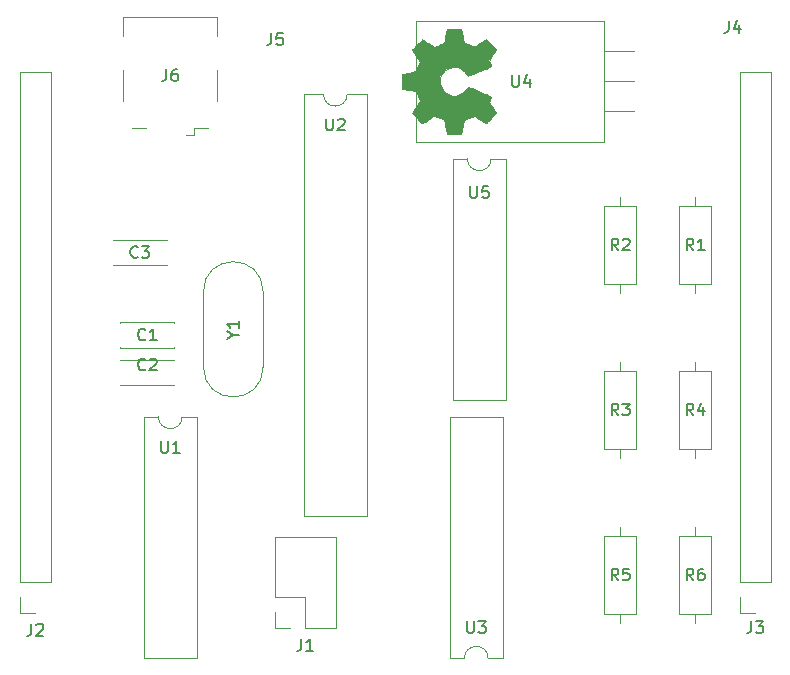
<source format=gbr>
G04 #@! TF.GenerationSoftware,KiCad,Pcbnew,(5.1.5)-3*
G04 #@! TF.CreationDate,2020-03-12T17:38:10-04:00*
G04 #@! TF.ProjectId,PCB,5043422e-6b69-4636-9164-5f7063625858,rev?*
G04 #@! TF.SameCoordinates,Original*
G04 #@! TF.FileFunction,Legend,Top*
G04 #@! TF.FilePolarity,Positive*
%FSLAX46Y46*%
G04 Gerber Fmt 4.6, Leading zero omitted, Abs format (unit mm)*
G04 Created by KiCad (PCBNEW (5.1.5)-3) date 2020-03-12 17:38:10*
%MOMM*%
%LPD*%
G04 APERTURE LIST*
%ADD10C,0.010000*%
%ADD11C,0.120000*%
%ADD12C,0.150000*%
G04 APERTURE END LIST*
D10*
G36*
X135792427Y-100345464D02*
G01*
X136389618Y-100232882D01*
X136560865Y-99817469D01*
X136732112Y-99402055D01*
X136393233Y-98903698D01*
X136298877Y-98764131D01*
X136214630Y-98637971D01*
X136144338Y-98531104D01*
X136091847Y-98449417D01*
X136061004Y-98398798D01*
X136054353Y-98385013D01*
X136071458Y-98360179D01*
X136118744Y-98307111D01*
X136190172Y-98231759D01*
X136279700Y-98140070D01*
X136381289Y-98037992D01*
X136488898Y-97931473D01*
X136596487Y-97826463D01*
X136698015Y-97728908D01*
X136787441Y-97644757D01*
X136858726Y-97579959D01*
X136905828Y-97540462D01*
X136921592Y-97531019D01*
X136950653Y-97544608D01*
X137014321Y-97582706D01*
X137106367Y-97641306D01*
X137220564Y-97716402D01*
X137350684Y-97803991D01*
X137424901Y-97854745D01*
X137560422Y-97947254D01*
X137682716Y-98029459D01*
X137785695Y-98097369D01*
X137863273Y-98146999D01*
X137909361Y-98174359D01*
X137919047Y-98178470D01*
X137946574Y-98169150D01*
X138010728Y-98143745D01*
X138102490Y-98106088D01*
X138212839Y-98060013D01*
X138332755Y-98009353D01*
X138453219Y-97957940D01*
X138565209Y-97909610D01*
X138659707Y-97868193D01*
X138727692Y-97837525D01*
X138760143Y-97821438D01*
X138761420Y-97820488D01*
X138767617Y-97795227D01*
X138781440Y-97727954D01*
X138801532Y-97625639D01*
X138826534Y-97495258D01*
X138855086Y-97343783D01*
X138871551Y-97255406D01*
X138902369Y-97093547D01*
X138931694Y-96947350D01*
X138957921Y-96824212D01*
X138979446Y-96731530D01*
X138994665Y-96676698D01*
X138999493Y-96665676D01*
X139032174Y-96654881D01*
X139105985Y-96646170D01*
X139212292Y-96639539D01*
X139342467Y-96634981D01*
X139487876Y-96632490D01*
X139639890Y-96632061D01*
X139789877Y-96633688D01*
X139929206Y-96637364D01*
X140049245Y-96643084D01*
X140141365Y-96650842D01*
X140196932Y-96660631D01*
X140208500Y-96666503D01*
X140222365Y-96701600D01*
X140242188Y-96775971D01*
X140265639Y-96879776D01*
X140290391Y-97003180D01*
X140298398Y-97046258D01*
X140336441Y-97253952D01*
X140367079Y-97418015D01*
X140391529Y-97543869D01*
X140411009Y-97636934D01*
X140426736Y-97702632D01*
X140439928Y-97746382D01*
X140451804Y-97773607D01*
X140463580Y-97789727D01*
X140465908Y-97791982D01*
X140503400Y-97814496D01*
X140576365Y-97848841D01*
X140675867Y-97891588D01*
X140792973Y-97939307D01*
X140918748Y-97988569D01*
X141044257Y-98035944D01*
X141160565Y-98078004D01*
X141258739Y-98111319D01*
X141329843Y-98132458D01*
X141364942Y-98137994D01*
X141366172Y-98137533D01*
X141394861Y-98118776D01*
X141457985Y-98076223D01*
X141548973Y-98014346D01*
X141661255Y-97937617D01*
X141788260Y-97850508D01*
X141824353Y-97825701D01*
X141955203Y-97737247D01*
X142074591Y-97659411D01*
X142175662Y-97596433D01*
X142251559Y-97552554D01*
X142295427Y-97532014D01*
X142300817Y-97531019D01*
X142329144Y-97548277D01*
X142385261Y-97595964D01*
X142463137Y-97667949D01*
X142556740Y-97758102D01*
X142660041Y-97860294D01*
X142767006Y-97968394D01*
X142871606Y-98076271D01*
X142967809Y-98177795D01*
X143049584Y-98266837D01*
X143110900Y-98337266D01*
X143145726Y-98382952D01*
X143151412Y-98395590D01*
X143138020Y-98425008D01*
X143101899Y-98485238D01*
X143049136Y-98566470D01*
X143006667Y-98628969D01*
X142928740Y-98742214D01*
X142836984Y-98876325D01*
X142745375Y-99010844D01*
X142696346Y-99083166D01*
X142530770Y-99327961D01*
X142641875Y-99533449D01*
X142690548Y-99627063D01*
X142728381Y-99706669D01*
X142749958Y-99760532D01*
X142752961Y-99774242D01*
X142730793Y-99790729D01*
X142668149Y-99823254D01*
X142570809Y-99869391D01*
X142444549Y-99926709D01*
X142295150Y-99992783D01*
X142128388Y-100065184D01*
X141950042Y-100141483D01*
X141765891Y-100219253D01*
X141581712Y-100296065D01*
X141403285Y-100369493D01*
X141236387Y-100437107D01*
X141086797Y-100496479D01*
X140960293Y-100545183D01*
X140862654Y-100580789D01*
X140799657Y-100600869D01*
X140778021Y-100604099D01*
X140750424Y-100578503D01*
X140705625Y-100522461D01*
X140652934Y-100447688D01*
X140648765Y-100441412D01*
X140494069Y-100248154D01*
X140313591Y-100092325D01*
X140113102Y-99975275D01*
X139898374Y-99898354D01*
X139675177Y-99862913D01*
X139449281Y-99870302D01*
X139226459Y-99921872D01*
X139012479Y-100018973D01*
X138965664Y-100047541D01*
X138776618Y-100196131D01*
X138624812Y-100371672D01*
X138511034Y-100568089D01*
X138436075Y-100779306D01*
X138400722Y-100999246D01*
X138405767Y-101221836D01*
X138451999Y-101440998D01*
X138540206Y-101650657D01*
X138671179Y-101844738D01*
X138724337Y-101904773D01*
X138890739Y-102057564D01*
X139065912Y-102168902D01*
X139262266Y-102245276D01*
X139456717Y-102287812D01*
X139675342Y-102298313D01*
X139895052Y-102263299D01*
X140108420Y-102186326D01*
X140308022Y-102070952D01*
X140486429Y-101920734D01*
X140636217Y-101739226D01*
X140652006Y-101715372D01*
X140703712Y-101639798D01*
X140748512Y-101582348D01*
X140777117Y-101554882D01*
X140778021Y-101554482D01*
X140808964Y-101560379D01*
X140879191Y-101583754D01*
X140982925Y-101622178D01*
X141114390Y-101673222D01*
X141267807Y-101734457D01*
X141437401Y-101803455D01*
X141617393Y-101877786D01*
X141802008Y-101955021D01*
X141985468Y-102032731D01*
X142161996Y-102108488D01*
X142325814Y-102179862D01*
X142471147Y-102244425D01*
X142592217Y-102299747D01*
X142683247Y-102343399D01*
X142738460Y-102372953D01*
X142752961Y-102384855D01*
X142741669Y-102421222D01*
X142711385Y-102489269D01*
X142667520Y-102577263D01*
X142641875Y-102625649D01*
X142530770Y-102831136D01*
X142696346Y-103075931D01*
X142781170Y-103200893D01*
X142874516Y-103337704D01*
X142962408Y-103465911D01*
X143006667Y-103530128D01*
X143067318Y-103620448D01*
X143115381Y-103696928D01*
X143144770Y-103749592D01*
X143150982Y-103766697D01*
X143134223Y-103791594D01*
X143087436Y-103846694D01*
X143015480Y-103926656D01*
X142923212Y-104026139D01*
X142815490Y-104139799D01*
X142746326Y-104211684D01*
X142622757Y-104337448D01*
X142512234Y-104446136D01*
X142419485Y-104533354D01*
X142349237Y-104594710D01*
X142306220Y-104625808D01*
X142297490Y-104628791D01*
X142264284Y-104614946D01*
X142197142Y-104576687D01*
X142102863Y-104518258D01*
X141988245Y-104443902D01*
X141860083Y-104357864D01*
X141824353Y-104333397D01*
X141694489Y-104244245D01*
X141577569Y-104164261D01*
X141480162Y-104097919D01*
X141408839Y-104049688D01*
X141370170Y-104024042D01*
X141366172Y-104021564D01*
X141335355Y-104025270D01*
X141267599Y-104044938D01*
X141171839Y-104077139D01*
X141057009Y-104118444D01*
X140932044Y-104165424D01*
X140805879Y-104214650D01*
X140687448Y-104262691D01*
X140585685Y-104306118D01*
X140509526Y-104341503D01*
X140467904Y-104365415D01*
X140465908Y-104367115D01*
X140454013Y-104381737D01*
X140442250Y-104406434D01*
X140429401Y-104446627D01*
X140414249Y-104507736D01*
X140395576Y-104595182D01*
X140372165Y-104714387D01*
X140342797Y-104870772D01*
X140306255Y-105069756D01*
X140298398Y-105112839D01*
X140273727Y-105240529D01*
X140249593Y-105351846D01*
X140228324Y-105436954D01*
X140212248Y-105486016D01*
X140208500Y-105492594D01*
X140175273Y-105503435D01*
X140101021Y-105512246D01*
X139994376Y-105519023D01*
X139863967Y-105523759D01*
X139718427Y-105526449D01*
X139566386Y-105527086D01*
X139416476Y-105525665D01*
X139277328Y-105522179D01*
X139157572Y-105516623D01*
X139065841Y-105508991D01*
X139010766Y-105499277D01*
X138999493Y-105493421D01*
X138988123Y-105460819D01*
X138969624Y-105386581D01*
X138945602Y-105278103D01*
X138917662Y-105142782D01*
X138887408Y-104988014D01*
X138871551Y-104903692D01*
X138841644Y-104743703D01*
X138814550Y-104601032D01*
X138791631Y-104482651D01*
X138774243Y-104395534D01*
X138763747Y-104346654D01*
X138761420Y-104338609D01*
X138735186Y-104325012D01*
X138671995Y-104296270D01*
X138580877Y-104256214D01*
X138470857Y-104208675D01*
X138350965Y-104157484D01*
X138230227Y-104106473D01*
X138117671Y-104059473D01*
X138022326Y-104020315D01*
X137953217Y-103992830D01*
X137919374Y-103980850D01*
X137917895Y-103980627D01*
X137891197Y-103994208D01*
X137829760Y-104032284D01*
X137739689Y-104090852D01*
X137627090Y-104165911D01*
X137498070Y-104253459D01*
X137423961Y-104304352D01*
X137288077Y-104397090D01*
X137164709Y-104479458D01*
X137060097Y-104547438D01*
X136980483Y-104597011D01*
X136932107Y-104624157D01*
X136921262Y-104628078D01*
X136896020Y-104611224D01*
X136842124Y-104564631D01*
X136765613Y-104494251D01*
X136672523Y-104406034D01*
X136568895Y-104305934D01*
X136460764Y-104199901D01*
X136354170Y-104093888D01*
X136255150Y-103993847D01*
X136169742Y-103905729D01*
X136103985Y-103835486D01*
X136063916Y-103789071D01*
X136054353Y-103773543D01*
X136067800Y-103748260D01*
X136105575Y-103687788D01*
X136163835Y-103598007D01*
X136238734Y-103484796D01*
X136326425Y-103354036D01*
X136393233Y-103255400D01*
X136732112Y-102757042D01*
X136560865Y-102341629D01*
X136389618Y-101926215D01*
X135792427Y-101813633D01*
X135195235Y-101701050D01*
X135195235Y-100458047D01*
X135792427Y-100345464D01*
G37*
X135792427Y-100345464D02*
X136389618Y-100232882D01*
X136560865Y-99817469D01*
X136732112Y-99402055D01*
X136393233Y-98903698D01*
X136298877Y-98764131D01*
X136214630Y-98637971D01*
X136144338Y-98531104D01*
X136091847Y-98449417D01*
X136061004Y-98398798D01*
X136054353Y-98385013D01*
X136071458Y-98360179D01*
X136118744Y-98307111D01*
X136190172Y-98231759D01*
X136279700Y-98140070D01*
X136381289Y-98037992D01*
X136488898Y-97931473D01*
X136596487Y-97826463D01*
X136698015Y-97728908D01*
X136787441Y-97644757D01*
X136858726Y-97579959D01*
X136905828Y-97540462D01*
X136921592Y-97531019D01*
X136950653Y-97544608D01*
X137014321Y-97582706D01*
X137106367Y-97641306D01*
X137220564Y-97716402D01*
X137350684Y-97803991D01*
X137424901Y-97854745D01*
X137560422Y-97947254D01*
X137682716Y-98029459D01*
X137785695Y-98097369D01*
X137863273Y-98146999D01*
X137909361Y-98174359D01*
X137919047Y-98178470D01*
X137946574Y-98169150D01*
X138010728Y-98143745D01*
X138102490Y-98106088D01*
X138212839Y-98060013D01*
X138332755Y-98009353D01*
X138453219Y-97957940D01*
X138565209Y-97909610D01*
X138659707Y-97868193D01*
X138727692Y-97837525D01*
X138760143Y-97821438D01*
X138761420Y-97820488D01*
X138767617Y-97795227D01*
X138781440Y-97727954D01*
X138801532Y-97625639D01*
X138826534Y-97495258D01*
X138855086Y-97343783D01*
X138871551Y-97255406D01*
X138902369Y-97093547D01*
X138931694Y-96947350D01*
X138957921Y-96824212D01*
X138979446Y-96731530D01*
X138994665Y-96676698D01*
X138999493Y-96665676D01*
X139032174Y-96654881D01*
X139105985Y-96646170D01*
X139212292Y-96639539D01*
X139342467Y-96634981D01*
X139487876Y-96632490D01*
X139639890Y-96632061D01*
X139789877Y-96633688D01*
X139929206Y-96637364D01*
X140049245Y-96643084D01*
X140141365Y-96650842D01*
X140196932Y-96660631D01*
X140208500Y-96666503D01*
X140222365Y-96701600D01*
X140242188Y-96775971D01*
X140265639Y-96879776D01*
X140290391Y-97003180D01*
X140298398Y-97046258D01*
X140336441Y-97253952D01*
X140367079Y-97418015D01*
X140391529Y-97543869D01*
X140411009Y-97636934D01*
X140426736Y-97702632D01*
X140439928Y-97746382D01*
X140451804Y-97773607D01*
X140463580Y-97789727D01*
X140465908Y-97791982D01*
X140503400Y-97814496D01*
X140576365Y-97848841D01*
X140675867Y-97891588D01*
X140792973Y-97939307D01*
X140918748Y-97988569D01*
X141044257Y-98035944D01*
X141160565Y-98078004D01*
X141258739Y-98111319D01*
X141329843Y-98132458D01*
X141364942Y-98137994D01*
X141366172Y-98137533D01*
X141394861Y-98118776D01*
X141457985Y-98076223D01*
X141548973Y-98014346D01*
X141661255Y-97937617D01*
X141788260Y-97850508D01*
X141824353Y-97825701D01*
X141955203Y-97737247D01*
X142074591Y-97659411D01*
X142175662Y-97596433D01*
X142251559Y-97552554D01*
X142295427Y-97532014D01*
X142300817Y-97531019D01*
X142329144Y-97548277D01*
X142385261Y-97595964D01*
X142463137Y-97667949D01*
X142556740Y-97758102D01*
X142660041Y-97860294D01*
X142767006Y-97968394D01*
X142871606Y-98076271D01*
X142967809Y-98177795D01*
X143049584Y-98266837D01*
X143110900Y-98337266D01*
X143145726Y-98382952D01*
X143151412Y-98395590D01*
X143138020Y-98425008D01*
X143101899Y-98485238D01*
X143049136Y-98566470D01*
X143006667Y-98628969D01*
X142928740Y-98742214D01*
X142836984Y-98876325D01*
X142745375Y-99010844D01*
X142696346Y-99083166D01*
X142530770Y-99327961D01*
X142641875Y-99533449D01*
X142690548Y-99627063D01*
X142728381Y-99706669D01*
X142749958Y-99760532D01*
X142752961Y-99774242D01*
X142730793Y-99790729D01*
X142668149Y-99823254D01*
X142570809Y-99869391D01*
X142444549Y-99926709D01*
X142295150Y-99992783D01*
X142128388Y-100065184D01*
X141950042Y-100141483D01*
X141765891Y-100219253D01*
X141581712Y-100296065D01*
X141403285Y-100369493D01*
X141236387Y-100437107D01*
X141086797Y-100496479D01*
X140960293Y-100545183D01*
X140862654Y-100580789D01*
X140799657Y-100600869D01*
X140778021Y-100604099D01*
X140750424Y-100578503D01*
X140705625Y-100522461D01*
X140652934Y-100447688D01*
X140648765Y-100441412D01*
X140494069Y-100248154D01*
X140313591Y-100092325D01*
X140113102Y-99975275D01*
X139898374Y-99898354D01*
X139675177Y-99862913D01*
X139449281Y-99870302D01*
X139226459Y-99921872D01*
X139012479Y-100018973D01*
X138965664Y-100047541D01*
X138776618Y-100196131D01*
X138624812Y-100371672D01*
X138511034Y-100568089D01*
X138436075Y-100779306D01*
X138400722Y-100999246D01*
X138405767Y-101221836D01*
X138451999Y-101440998D01*
X138540206Y-101650657D01*
X138671179Y-101844738D01*
X138724337Y-101904773D01*
X138890739Y-102057564D01*
X139065912Y-102168902D01*
X139262266Y-102245276D01*
X139456717Y-102287812D01*
X139675342Y-102298313D01*
X139895052Y-102263299D01*
X140108420Y-102186326D01*
X140308022Y-102070952D01*
X140486429Y-101920734D01*
X140636217Y-101739226D01*
X140652006Y-101715372D01*
X140703712Y-101639798D01*
X140748512Y-101582348D01*
X140777117Y-101554882D01*
X140778021Y-101554482D01*
X140808964Y-101560379D01*
X140879191Y-101583754D01*
X140982925Y-101622178D01*
X141114390Y-101673222D01*
X141267807Y-101734457D01*
X141437401Y-101803455D01*
X141617393Y-101877786D01*
X141802008Y-101955021D01*
X141985468Y-102032731D01*
X142161996Y-102108488D01*
X142325814Y-102179862D01*
X142471147Y-102244425D01*
X142592217Y-102299747D01*
X142683247Y-102343399D01*
X142738460Y-102372953D01*
X142752961Y-102384855D01*
X142741669Y-102421222D01*
X142711385Y-102489269D01*
X142667520Y-102577263D01*
X142641875Y-102625649D01*
X142530770Y-102831136D01*
X142696346Y-103075931D01*
X142781170Y-103200893D01*
X142874516Y-103337704D01*
X142962408Y-103465911D01*
X143006667Y-103530128D01*
X143067318Y-103620448D01*
X143115381Y-103696928D01*
X143144770Y-103749592D01*
X143150982Y-103766697D01*
X143134223Y-103791594D01*
X143087436Y-103846694D01*
X143015480Y-103926656D01*
X142923212Y-104026139D01*
X142815490Y-104139799D01*
X142746326Y-104211684D01*
X142622757Y-104337448D01*
X142512234Y-104446136D01*
X142419485Y-104533354D01*
X142349237Y-104594710D01*
X142306220Y-104625808D01*
X142297490Y-104628791D01*
X142264284Y-104614946D01*
X142197142Y-104576687D01*
X142102863Y-104518258D01*
X141988245Y-104443902D01*
X141860083Y-104357864D01*
X141824353Y-104333397D01*
X141694489Y-104244245D01*
X141577569Y-104164261D01*
X141480162Y-104097919D01*
X141408839Y-104049688D01*
X141370170Y-104024042D01*
X141366172Y-104021564D01*
X141335355Y-104025270D01*
X141267599Y-104044938D01*
X141171839Y-104077139D01*
X141057009Y-104118444D01*
X140932044Y-104165424D01*
X140805879Y-104214650D01*
X140687448Y-104262691D01*
X140585685Y-104306118D01*
X140509526Y-104341503D01*
X140467904Y-104365415D01*
X140465908Y-104367115D01*
X140454013Y-104381737D01*
X140442250Y-104406434D01*
X140429401Y-104446627D01*
X140414249Y-104507736D01*
X140395576Y-104595182D01*
X140372165Y-104714387D01*
X140342797Y-104870772D01*
X140306255Y-105069756D01*
X140298398Y-105112839D01*
X140273727Y-105240529D01*
X140249593Y-105351846D01*
X140228324Y-105436954D01*
X140212248Y-105486016D01*
X140208500Y-105492594D01*
X140175273Y-105503435D01*
X140101021Y-105512246D01*
X139994376Y-105519023D01*
X139863967Y-105523759D01*
X139718427Y-105526449D01*
X139566386Y-105527086D01*
X139416476Y-105525665D01*
X139277328Y-105522179D01*
X139157572Y-105516623D01*
X139065841Y-105508991D01*
X139010766Y-105499277D01*
X138999493Y-105493421D01*
X138988123Y-105460819D01*
X138969624Y-105386581D01*
X138945602Y-105278103D01*
X138917662Y-105142782D01*
X138887408Y-104988014D01*
X138871551Y-104903692D01*
X138841644Y-104743703D01*
X138814550Y-104601032D01*
X138791631Y-104482651D01*
X138774243Y-104395534D01*
X138763747Y-104346654D01*
X138761420Y-104338609D01*
X138735186Y-104325012D01*
X138671995Y-104296270D01*
X138580877Y-104256214D01*
X138470857Y-104208675D01*
X138350965Y-104157484D01*
X138230227Y-104106473D01*
X138117671Y-104059473D01*
X138022326Y-104020315D01*
X137953217Y-103992830D01*
X137919374Y-103980850D01*
X137917895Y-103980627D01*
X137891197Y-103994208D01*
X137829760Y-104032284D01*
X137739689Y-104090852D01*
X137627090Y-104165911D01*
X137498070Y-104253459D01*
X137423961Y-104304352D01*
X137288077Y-104397090D01*
X137164709Y-104479458D01*
X137060097Y-104547438D01*
X136980483Y-104597011D01*
X136932107Y-104624157D01*
X136921262Y-104628078D01*
X136896020Y-104611224D01*
X136842124Y-104564631D01*
X136765613Y-104494251D01*
X136672523Y-104406034D01*
X136568895Y-104305934D01*
X136460764Y-104199901D01*
X136354170Y-104093888D01*
X136255150Y-103993847D01*
X136169742Y-103905729D01*
X136103985Y-103835486D01*
X136063916Y-103789071D01*
X136054353Y-103773543D01*
X136067800Y-103748260D01*
X136105575Y-103687788D01*
X136163835Y-103598007D01*
X136238734Y-103484796D01*
X136326425Y-103354036D01*
X136393233Y-103255400D01*
X136732112Y-102757042D01*
X136560865Y-102341629D01*
X136389618Y-101926215D01*
X135792427Y-101813633D01*
X135195235Y-101701050D01*
X135195235Y-100458047D01*
X135792427Y-100345464D01*
D11*
X111610000Y-95590000D02*
X111610000Y-97250000D01*
X119530000Y-95590000D02*
X111610000Y-95590000D01*
X119530000Y-97250000D02*
X119530000Y-95590000D01*
X113520000Y-105060000D02*
X112370000Y-105060000D01*
X117620000Y-105650000D02*
X116920000Y-105650000D01*
X117620000Y-105060000D02*
X117620000Y-105650000D01*
X118770000Y-105060000D02*
X117620000Y-105060000D01*
X111610000Y-102750000D02*
X111610000Y-100150000D01*
X119530000Y-100150000D02*
X119530000Y-102750000D01*
X129600000Y-147380000D02*
X127000000Y-147380000D01*
X129600000Y-147380000D02*
X129600000Y-139640000D01*
X129600000Y-139640000D02*
X124400000Y-139640000D01*
X124400000Y-144780000D02*
X124400000Y-139640000D01*
X127000000Y-144780000D02*
X124400000Y-144780000D01*
X127000000Y-147380000D02*
X127000000Y-144780000D01*
X124400000Y-147380000D02*
X124400000Y-146050000D01*
X125730000Y-147380000D02*
X124400000Y-147380000D01*
X118379000Y-125274000D02*
G75*
G03X123429000Y-125274000I2525000J0D01*
G01*
X118379000Y-118874000D02*
G75*
G02X123429000Y-118874000I2525000J0D01*
G01*
X118379000Y-118874000D02*
X118379000Y-125274000D01*
X123429000Y-118874000D02*
X123429000Y-125274000D01*
X166430000Y-143510000D02*
X163770000Y-143510000D01*
X166430000Y-143510000D02*
X166430000Y-100270000D01*
X166430000Y-100270000D02*
X163770000Y-100270000D01*
X163770000Y-143510000D02*
X163770000Y-100270000D01*
X163770000Y-146110000D02*
X163770000Y-144780000D01*
X165100000Y-146110000D02*
X163770000Y-146110000D01*
X105470000Y-143510000D02*
X102810000Y-143510000D01*
X105470000Y-143510000D02*
X105470000Y-100270000D01*
X105470000Y-100270000D02*
X102810000Y-100270000D01*
X102810000Y-143510000D02*
X102810000Y-100270000D01*
X102810000Y-146110000D02*
X102810000Y-144780000D01*
X104140000Y-146110000D02*
X102810000Y-146110000D01*
X152266000Y-106212000D02*
X152266000Y-95972000D01*
X136376000Y-106212000D02*
X136376000Y-95972000D01*
X136376000Y-106212000D02*
X152266000Y-106212000D01*
X136376000Y-95972000D02*
X152266000Y-95972000D01*
X152266000Y-103632000D02*
X154806000Y-103632000D01*
X152266000Y-101092000D02*
X154806000Y-101092000D01*
X152266000Y-98552000D02*
X154806000Y-98552000D01*
X117820000Y-129480000D02*
X116570000Y-129480000D01*
X117820000Y-149920000D02*
X117820000Y-129480000D01*
X113320000Y-149920000D02*
X117820000Y-149920000D01*
X113320000Y-129480000D02*
X113320000Y-149920000D01*
X114570000Y-129480000D02*
X113320000Y-129480000D01*
X116570000Y-129480000D02*
G75*
G02X114570000Y-129480000I-1000000J0D01*
G01*
X132190000Y-102175000D02*
X130540000Y-102175000D01*
X132190000Y-137855000D02*
X132190000Y-102175000D01*
X126890000Y-137855000D02*
X132190000Y-137855000D01*
X126890000Y-102175000D02*
X126890000Y-137855000D01*
X128540000Y-102175000D02*
X126890000Y-102175000D01*
X130540000Y-102175000D02*
G75*
G02X128540000Y-102175000I-1000000J0D01*
G01*
X160020000Y-146915000D02*
X160020000Y-146145000D01*
X160020000Y-138835000D02*
X160020000Y-139605000D01*
X161390000Y-146145000D02*
X161390000Y-139605000D01*
X158650000Y-146145000D02*
X161390000Y-146145000D01*
X158650000Y-139605000D02*
X158650000Y-146145000D01*
X161390000Y-139605000D02*
X158650000Y-139605000D01*
X115260000Y-116625000D02*
X115260000Y-116640000D01*
X115260000Y-114500000D02*
X115260000Y-114515000D01*
X110720000Y-116625000D02*
X110720000Y-116640000D01*
X110720000Y-114500000D02*
X110720000Y-114515000D01*
X110720000Y-116640000D02*
X115260000Y-116640000D01*
X110720000Y-114500000D02*
X115260000Y-114500000D01*
X115895000Y-126785000D02*
X115895000Y-126800000D01*
X115895000Y-124660000D02*
X115895000Y-124675000D01*
X111355000Y-126785000D02*
X111355000Y-126800000D01*
X111355000Y-124660000D02*
X111355000Y-124675000D01*
X111355000Y-126800000D02*
X115895000Y-126800000D01*
X111355000Y-124660000D02*
X115895000Y-124660000D01*
X115895000Y-123610000D02*
X115895000Y-123625000D01*
X115895000Y-121485000D02*
X115895000Y-121500000D01*
X111355000Y-123610000D02*
X111355000Y-123625000D01*
X111355000Y-121485000D02*
X111355000Y-121500000D01*
X111355000Y-123625000D02*
X115895000Y-123625000D01*
X111355000Y-121485000D02*
X115895000Y-121485000D01*
X143982000Y-107636000D02*
X142732000Y-107636000D01*
X143982000Y-128076000D02*
X143982000Y-107636000D01*
X139482000Y-128076000D02*
X143982000Y-128076000D01*
X139482000Y-107636000D02*
X139482000Y-128076000D01*
X140732000Y-107636000D02*
X139482000Y-107636000D01*
X142732000Y-107636000D02*
G75*
G02X140732000Y-107636000I-1000000J0D01*
G01*
X139228000Y-149920000D02*
X140478000Y-149920000D01*
X139228000Y-129480000D02*
X139228000Y-149920000D01*
X143728000Y-129480000D02*
X139228000Y-129480000D01*
X143728000Y-149920000D02*
X143728000Y-129480000D01*
X142478000Y-149920000D02*
X143728000Y-149920000D01*
X140478000Y-149920000D02*
G75*
G02X142478000Y-149920000I1000000J0D01*
G01*
X153670000Y-146915000D02*
X153670000Y-146145000D01*
X153670000Y-138835000D02*
X153670000Y-139605000D01*
X155040000Y-146145000D02*
X155040000Y-139605000D01*
X152300000Y-146145000D02*
X155040000Y-146145000D01*
X152300000Y-139605000D02*
X152300000Y-146145000D01*
X155040000Y-139605000D02*
X152300000Y-139605000D01*
X160020000Y-132945000D02*
X160020000Y-132175000D01*
X160020000Y-124865000D02*
X160020000Y-125635000D01*
X161390000Y-132175000D02*
X161390000Y-125635000D01*
X158650000Y-132175000D02*
X161390000Y-132175000D01*
X158650000Y-125635000D02*
X158650000Y-132175000D01*
X161390000Y-125635000D02*
X158650000Y-125635000D01*
X153670000Y-132945000D02*
X153670000Y-132175000D01*
X153670000Y-124865000D02*
X153670000Y-125635000D01*
X155040000Y-132175000D02*
X155040000Y-125635000D01*
X152300000Y-132175000D02*
X155040000Y-132175000D01*
X152300000Y-125635000D02*
X152300000Y-132175000D01*
X155040000Y-125635000D02*
X152300000Y-125635000D01*
X153670000Y-118975000D02*
X153670000Y-118205000D01*
X153670000Y-110895000D02*
X153670000Y-111665000D01*
X155040000Y-118205000D02*
X155040000Y-111665000D01*
X152300000Y-118205000D02*
X155040000Y-118205000D01*
X152300000Y-111665000D02*
X152300000Y-118205000D01*
X155040000Y-111665000D02*
X152300000Y-111665000D01*
X160020000Y-118975000D02*
X160020000Y-118205000D01*
X160020000Y-110895000D02*
X160020000Y-111665000D01*
X161390000Y-118205000D02*
X161390000Y-111665000D01*
X158650000Y-118205000D02*
X161390000Y-118205000D01*
X158650000Y-111665000D02*
X158650000Y-118205000D01*
X161390000Y-111665000D02*
X158650000Y-111665000D01*
D12*
X115236666Y-100036380D02*
X115236666Y-100750666D01*
X115189047Y-100893523D01*
X115093809Y-100988761D01*
X114950952Y-101036380D01*
X114855714Y-101036380D01*
X116141428Y-100036380D02*
X115950952Y-100036380D01*
X115855714Y-100084000D01*
X115808095Y-100131619D01*
X115712857Y-100274476D01*
X115665238Y-100464952D01*
X115665238Y-100845904D01*
X115712857Y-100941142D01*
X115760476Y-100988761D01*
X115855714Y-101036380D01*
X116046190Y-101036380D01*
X116141428Y-100988761D01*
X116189047Y-100941142D01*
X116236666Y-100845904D01*
X116236666Y-100607809D01*
X116189047Y-100512571D01*
X116141428Y-100464952D01*
X116046190Y-100417333D01*
X115855714Y-100417333D01*
X115760476Y-100464952D01*
X115712857Y-100512571D01*
X115665238Y-100607809D01*
X162861666Y-95972380D02*
X162861666Y-96686666D01*
X162814047Y-96829523D01*
X162718809Y-96924761D01*
X162575952Y-96972380D01*
X162480714Y-96972380D01*
X163766428Y-96305714D02*
X163766428Y-96972380D01*
X163528333Y-95924761D02*
X163290238Y-96639047D01*
X163909285Y-96639047D01*
X126666666Y-148272380D02*
X126666666Y-148986666D01*
X126619047Y-149129523D01*
X126523809Y-149224761D01*
X126380952Y-149272380D01*
X126285714Y-149272380D01*
X127666666Y-149272380D02*
X127095238Y-149272380D01*
X127380952Y-149272380D02*
X127380952Y-148272380D01*
X127285714Y-148415238D01*
X127190476Y-148510476D01*
X127095238Y-148558095D01*
X124126666Y-96988380D02*
X124126666Y-97702666D01*
X124079047Y-97845523D01*
X123983809Y-97940761D01*
X123840952Y-97988380D01*
X123745714Y-97988380D01*
X125079047Y-96988380D02*
X124602857Y-96988380D01*
X124555238Y-97464571D01*
X124602857Y-97416952D01*
X124698095Y-97369333D01*
X124936190Y-97369333D01*
X125031428Y-97416952D01*
X125079047Y-97464571D01*
X125126666Y-97559809D01*
X125126666Y-97797904D01*
X125079047Y-97893142D01*
X125031428Y-97940761D01*
X124936190Y-97988380D01*
X124698095Y-97988380D01*
X124602857Y-97940761D01*
X124555238Y-97893142D01*
X120880190Y-122550190D02*
X121356380Y-122550190D01*
X120356380Y-122883523D02*
X120880190Y-122550190D01*
X120356380Y-122216857D01*
X121356380Y-121359714D02*
X121356380Y-121931142D01*
X121356380Y-121645428D02*
X120356380Y-121645428D01*
X120499238Y-121740666D01*
X120594476Y-121835904D01*
X120642095Y-121931142D01*
X164766666Y-146772380D02*
X164766666Y-147486666D01*
X164719047Y-147629523D01*
X164623809Y-147724761D01*
X164480952Y-147772380D01*
X164385714Y-147772380D01*
X165147619Y-146772380D02*
X165766666Y-146772380D01*
X165433333Y-147153333D01*
X165576190Y-147153333D01*
X165671428Y-147200952D01*
X165719047Y-147248571D01*
X165766666Y-147343809D01*
X165766666Y-147581904D01*
X165719047Y-147677142D01*
X165671428Y-147724761D01*
X165576190Y-147772380D01*
X165290476Y-147772380D01*
X165195238Y-147724761D01*
X165147619Y-147677142D01*
X103806666Y-147002380D02*
X103806666Y-147716666D01*
X103759047Y-147859523D01*
X103663809Y-147954761D01*
X103520952Y-148002380D01*
X103425714Y-148002380D01*
X104235238Y-147097619D02*
X104282857Y-147050000D01*
X104378095Y-147002380D01*
X104616190Y-147002380D01*
X104711428Y-147050000D01*
X104759047Y-147097619D01*
X104806666Y-147192857D01*
X104806666Y-147288095D01*
X104759047Y-147430952D01*
X104187619Y-148002380D01*
X104806666Y-148002380D01*
X144526095Y-100544380D02*
X144526095Y-101353904D01*
X144573714Y-101449142D01*
X144621333Y-101496761D01*
X144716571Y-101544380D01*
X144907047Y-101544380D01*
X145002285Y-101496761D01*
X145049904Y-101449142D01*
X145097523Y-101353904D01*
X145097523Y-100544380D01*
X146002285Y-100877714D02*
X146002285Y-101544380D01*
X145764190Y-100496761D02*
X145526095Y-101211047D01*
X146145142Y-101211047D01*
X114808095Y-131532380D02*
X114808095Y-132341904D01*
X114855714Y-132437142D01*
X114903333Y-132484761D01*
X114998571Y-132532380D01*
X115189047Y-132532380D01*
X115284285Y-132484761D01*
X115331904Y-132437142D01*
X115379523Y-132341904D01*
X115379523Y-131532380D01*
X116379523Y-132532380D02*
X115808095Y-132532380D01*
X116093809Y-132532380D02*
X116093809Y-131532380D01*
X115998571Y-131675238D01*
X115903333Y-131770476D01*
X115808095Y-131818095D01*
X128778095Y-104227380D02*
X128778095Y-105036904D01*
X128825714Y-105132142D01*
X128873333Y-105179761D01*
X128968571Y-105227380D01*
X129159047Y-105227380D01*
X129254285Y-105179761D01*
X129301904Y-105132142D01*
X129349523Y-105036904D01*
X129349523Y-104227380D01*
X129778095Y-104322619D02*
X129825714Y-104275000D01*
X129920952Y-104227380D01*
X130159047Y-104227380D01*
X130254285Y-104275000D01*
X130301904Y-104322619D01*
X130349523Y-104417857D01*
X130349523Y-104513095D01*
X130301904Y-104655952D01*
X129730476Y-105227380D01*
X130349523Y-105227380D01*
X159853333Y-143327380D02*
X159520000Y-142851190D01*
X159281904Y-143327380D02*
X159281904Y-142327380D01*
X159662857Y-142327380D01*
X159758095Y-142375000D01*
X159805714Y-142422619D01*
X159853333Y-142517857D01*
X159853333Y-142660714D01*
X159805714Y-142755952D01*
X159758095Y-142803571D01*
X159662857Y-142851190D01*
X159281904Y-142851190D01*
X160710476Y-142327380D02*
X160520000Y-142327380D01*
X160424761Y-142375000D01*
X160377142Y-142422619D01*
X160281904Y-142565476D01*
X160234285Y-142755952D01*
X160234285Y-143136904D01*
X160281904Y-143232142D01*
X160329523Y-143279761D01*
X160424761Y-143327380D01*
X160615238Y-143327380D01*
X160710476Y-143279761D01*
X160758095Y-143232142D01*
X160805714Y-143136904D01*
X160805714Y-142898809D01*
X160758095Y-142803571D01*
X160710476Y-142755952D01*
X160615238Y-142708333D01*
X160424761Y-142708333D01*
X160329523Y-142755952D01*
X160281904Y-142803571D01*
X160234285Y-142898809D01*
X112823333Y-115927142D02*
X112775714Y-115974761D01*
X112632857Y-116022380D01*
X112537619Y-116022380D01*
X112394761Y-115974761D01*
X112299523Y-115879523D01*
X112251904Y-115784285D01*
X112204285Y-115593809D01*
X112204285Y-115450952D01*
X112251904Y-115260476D01*
X112299523Y-115165238D01*
X112394761Y-115070000D01*
X112537619Y-115022380D01*
X112632857Y-115022380D01*
X112775714Y-115070000D01*
X112823333Y-115117619D01*
X113156666Y-115022380D02*
X113775714Y-115022380D01*
X113442380Y-115403333D01*
X113585238Y-115403333D01*
X113680476Y-115450952D01*
X113728095Y-115498571D01*
X113775714Y-115593809D01*
X113775714Y-115831904D01*
X113728095Y-115927142D01*
X113680476Y-115974761D01*
X113585238Y-116022380D01*
X113299523Y-116022380D01*
X113204285Y-115974761D01*
X113156666Y-115927142D01*
X113458333Y-125452142D02*
X113410714Y-125499761D01*
X113267857Y-125547380D01*
X113172619Y-125547380D01*
X113029761Y-125499761D01*
X112934523Y-125404523D01*
X112886904Y-125309285D01*
X112839285Y-125118809D01*
X112839285Y-124975952D01*
X112886904Y-124785476D01*
X112934523Y-124690238D01*
X113029761Y-124595000D01*
X113172619Y-124547380D01*
X113267857Y-124547380D01*
X113410714Y-124595000D01*
X113458333Y-124642619D01*
X113839285Y-124642619D02*
X113886904Y-124595000D01*
X113982142Y-124547380D01*
X114220238Y-124547380D01*
X114315476Y-124595000D01*
X114363095Y-124642619D01*
X114410714Y-124737857D01*
X114410714Y-124833095D01*
X114363095Y-124975952D01*
X113791666Y-125547380D01*
X114410714Y-125547380D01*
X113458333Y-122912142D02*
X113410714Y-122959761D01*
X113267857Y-123007380D01*
X113172619Y-123007380D01*
X113029761Y-122959761D01*
X112934523Y-122864523D01*
X112886904Y-122769285D01*
X112839285Y-122578809D01*
X112839285Y-122435952D01*
X112886904Y-122245476D01*
X112934523Y-122150238D01*
X113029761Y-122055000D01*
X113172619Y-122007380D01*
X113267857Y-122007380D01*
X113410714Y-122055000D01*
X113458333Y-122102619D01*
X114410714Y-123007380D02*
X113839285Y-123007380D01*
X114125000Y-123007380D02*
X114125000Y-122007380D01*
X114029761Y-122150238D01*
X113934523Y-122245476D01*
X113839285Y-122293095D01*
X140970095Y-109942380D02*
X140970095Y-110751904D01*
X141017714Y-110847142D01*
X141065333Y-110894761D01*
X141160571Y-110942380D01*
X141351047Y-110942380D01*
X141446285Y-110894761D01*
X141493904Y-110847142D01*
X141541523Y-110751904D01*
X141541523Y-109942380D01*
X142493904Y-109942380D02*
X142017714Y-109942380D01*
X141970095Y-110418571D01*
X142017714Y-110370952D01*
X142112952Y-110323333D01*
X142351047Y-110323333D01*
X142446285Y-110370952D01*
X142493904Y-110418571D01*
X142541523Y-110513809D01*
X142541523Y-110751904D01*
X142493904Y-110847142D01*
X142446285Y-110894761D01*
X142351047Y-110942380D01*
X142112952Y-110942380D01*
X142017714Y-110894761D01*
X141970095Y-110847142D01*
X140716095Y-146772380D02*
X140716095Y-147581904D01*
X140763714Y-147677142D01*
X140811333Y-147724761D01*
X140906571Y-147772380D01*
X141097047Y-147772380D01*
X141192285Y-147724761D01*
X141239904Y-147677142D01*
X141287523Y-147581904D01*
X141287523Y-146772380D01*
X141668476Y-146772380D02*
X142287523Y-146772380D01*
X141954190Y-147153333D01*
X142097047Y-147153333D01*
X142192285Y-147200952D01*
X142239904Y-147248571D01*
X142287523Y-147343809D01*
X142287523Y-147581904D01*
X142239904Y-147677142D01*
X142192285Y-147724761D01*
X142097047Y-147772380D01*
X141811333Y-147772380D01*
X141716095Y-147724761D01*
X141668476Y-147677142D01*
X153503333Y-143327380D02*
X153170000Y-142851190D01*
X152931904Y-143327380D02*
X152931904Y-142327380D01*
X153312857Y-142327380D01*
X153408095Y-142375000D01*
X153455714Y-142422619D01*
X153503333Y-142517857D01*
X153503333Y-142660714D01*
X153455714Y-142755952D01*
X153408095Y-142803571D01*
X153312857Y-142851190D01*
X152931904Y-142851190D01*
X154408095Y-142327380D02*
X153931904Y-142327380D01*
X153884285Y-142803571D01*
X153931904Y-142755952D01*
X154027142Y-142708333D01*
X154265238Y-142708333D01*
X154360476Y-142755952D01*
X154408095Y-142803571D01*
X154455714Y-142898809D01*
X154455714Y-143136904D01*
X154408095Y-143232142D01*
X154360476Y-143279761D01*
X154265238Y-143327380D01*
X154027142Y-143327380D01*
X153931904Y-143279761D01*
X153884285Y-143232142D01*
X159853333Y-129357380D02*
X159520000Y-128881190D01*
X159281904Y-129357380D02*
X159281904Y-128357380D01*
X159662857Y-128357380D01*
X159758095Y-128405000D01*
X159805714Y-128452619D01*
X159853333Y-128547857D01*
X159853333Y-128690714D01*
X159805714Y-128785952D01*
X159758095Y-128833571D01*
X159662857Y-128881190D01*
X159281904Y-128881190D01*
X160710476Y-128690714D02*
X160710476Y-129357380D01*
X160472380Y-128309761D02*
X160234285Y-129024047D01*
X160853333Y-129024047D01*
X153503333Y-129357380D02*
X153170000Y-128881190D01*
X152931904Y-129357380D02*
X152931904Y-128357380D01*
X153312857Y-128357380D01*
X153408095Y-128405000D01*
X153455714Y-128452619D01*
X153503333Y-128547857D01*
X153503333Y-128690714D01*
X153455714Y-128785952D01*
X153408095Y-128833571D01*
X153312857Y-128881190D01*
X152931904Y-128881190D01*
X153836666Y-128357380D02*
X154455714Y-128357380D01*
X154122380Y-128738333D01*
X154265238Y-128738333D01*
X154360476Y-128785952D01*
X154408095Y-128833571D01*
X154455714Y-128928809D01*
X154455714Y-129166904D01*
X154408095Y-129262142D01*
X154360476Y-129309761D01*
X154265238Y-129357380D01*
X153979523Y-129357380D01*
X153884285Y-129309761D01*
X153836666Y-129262142D01*
X153503333Y-115387380D02*
X153170000Y-114911190D01*
X152931904Y-115387380D02*
X152931904Y-114387380D01*
X153312857Y-114387380D01*
X153408095Y-114435000D01*
X153455714Y-114482619D01*
X153503333Y-114577857D01*
X153503333Y-114720714D01*
X153455714Y-114815952D01*
X153408095Y-114863571D01*
X153312857Y-114911190D01*
X152931904Y-114911190D01*
X153884285Y-114482619D02*
X153931904Y-114435000D01*
X154027142Y-114387380D01*
X154265238Y-114387380D01*
X154360476Y-114435000D01*
X154408095Y-114482619D01*
X154455714Y-114577857D01*
X154455714Y-114673095D01*
X154408095Y-114815952D01*
X153836666Y-115387380D01*
X154455714Y-115387380D01*
X159853333Y-115387380D02*
X159520000Y-114911190D01*
X159281904Y-115387380D02*
X159281904Y-114387380D01*
X159662857Y-114387380D01*
X159758095Y-114435000D01*
X159805714Y-114482619D01*
X159853333Y-114577857D01*
X159853333Y-114720714D01*
X159805714Y-114815952D01*
X159758095Y-114863571D01*
X159662857Y-114911190D01*
X159281904Y-114911190D01*
X160805714Y-115387380D02*
X160234285Y-115387380D01*
X160520000Y-115387380D02*
X160520000Y-114387380D01*
X160424761Y-114530238D01*
X160329523Y-114625476D01*
X160234285Y-114673095D01*
M02*

</source>
